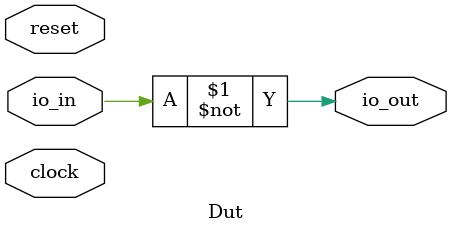
<source format=v>
module Dut(
  input   clock,
  input   reset,
  input   io_in,
  output  io_out
);
  assign io_out = ~io_in; // @[Snippets.scala 14:15]
endmodule

</source>
